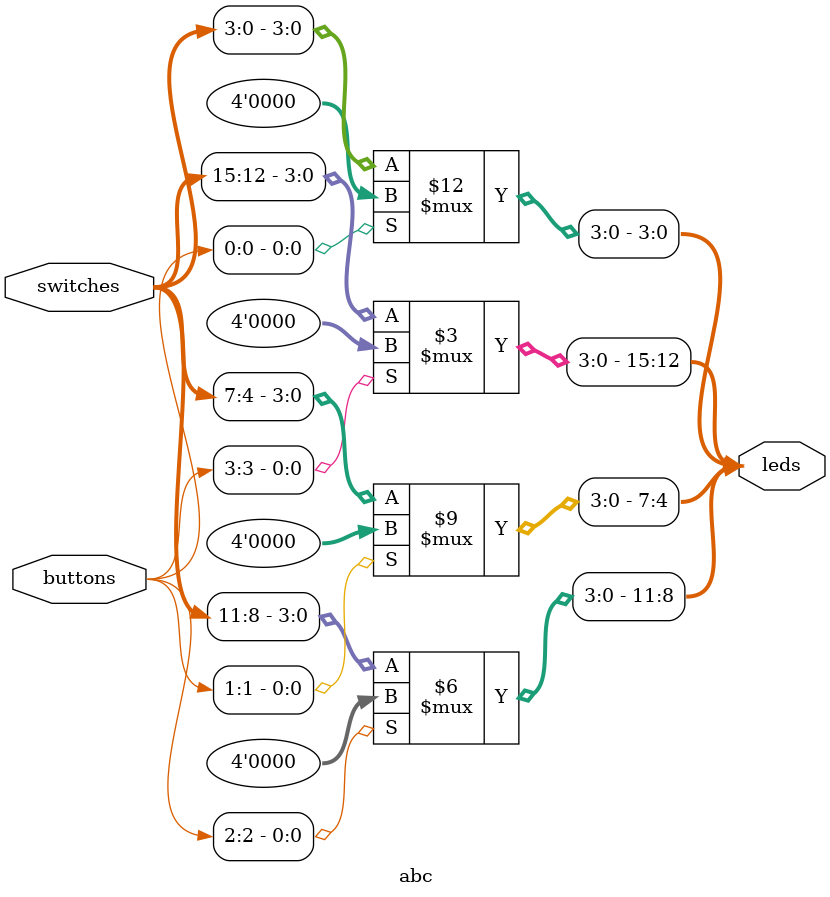
<source format=v>
`timescale 1ns / 1ps

module abc(
    input wire [15:0] switches,    // Entradas de los interruptores
    input wire [3:0]  buttons,     // Botones para seleccionar el grupo de interruptores
    output reg [15:0] leds         // Salidas a los LEDs
);

    always @(*) begin
        // Actualizar LEDs siempre que haya un cambio en los interruptores
        leds = switches;

        // Apagar grupos de LEDs según los botones presionados
        if (buttons[0]) leds[3:0]  = 4'b0000;
        if (buttons[1]) leds[7:4]  = 4'b0000;
        if (buttons[2]) leds[11:8] = 4'b0000;
        if (buttons[3]) leds[15:12] = 4'b0000;
    end

endmodule


</source>
